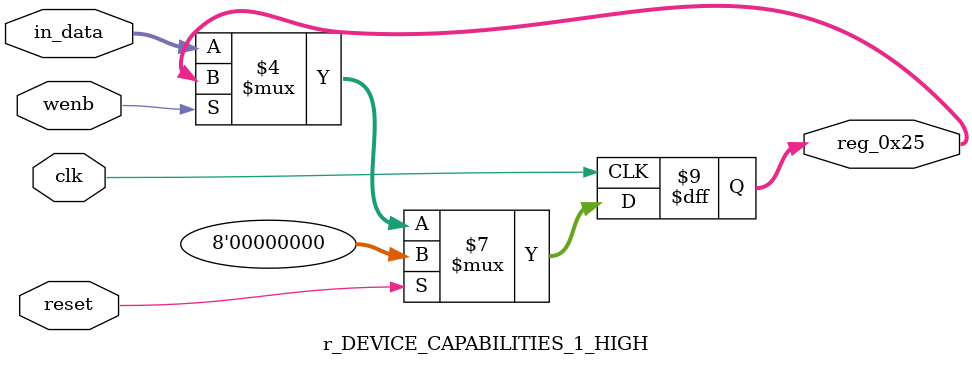
<source format=v>

module r_DEVICE_CAPABILITIES_2_HIGH(output reg [7:0] reg_0x2A, input wire reset, input wire wenb, input wire [7:0] in_data, input wire clk, input wire select);
	reg [7:0] reg_0x25;
	
	r_DEVICE_CAPABILITIES_1_HIGH r_device_capabilities_1_high_inst( .reg_0x25(reg_0x25), .reset(reset), .wenb(wenb), .in_data(in_data), .clk(clk));
	
	always@(posedge clk)
	begin
		if(reset==1)
			reg_0x2A<=8'h00;
		else if(select==0)
		begin
			if(wenb==0)
				reg_0x2A<=in_data;
		end
		else
		begin
			if(wenb==0)
				reg_0x2A<=reg_0x25;
		end
	end
endmodule
module r_DEVICE_CAPABILITIES_1_HIGH(output reg [7:0] reg_0x25, input wire reset, input wire wenb, input wire [7:0] in_data, input wire clk);

	always@(posedge clk)
	begin
		if(reset==1)
			reg_0x25<=8'h00;
		else if(wenb==0)
			reg_0x25<=in_data;
	end
endmodule
</source>
